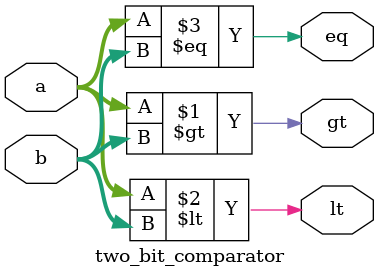
<source format=v>
module two_bit_comparator(input [1:0] a, b, output gt, lt, eq);

assign gt = (a > b);
assign lt = (a < b);
assign eq = (a == b);

endmodule

</source>
